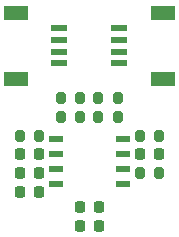
<source format=gtp>
%TF.GenerationSoftware,KiCad,Pcbnew,9.0.4*%
%TF.CreationDate,2026-01-16T11:12:57-07:00*%
%TF.ProjectId,SparkFun_Capacitive_Soil_Moisture_Sensor,53706172-6b46-4756-9e5f-436170616369,v10*%
%TF.SameCoordinates,Original*%
%TF.FileFunction,Paste,Top*%
%TF.FilePolarity,Positive*%
%FSLAX46Y46*%
G04 Gerber Fmt 4.6, Leading zero omitted, Abs format (unit mm)*
G04 Created by KiCad (PCBNEW 9.0.4) date 2026-01-16 11:12:57*
%MOMM*%
%LPD*%
G01*
G04 APERTURE LIST*
G04 Aperture macros list*
%AMRoundRect*
0 Rectangle with rounded corners*
0 $1 Rounding radius*
0 $2 $3 $4 $5 $6 $7 $8 $9 X,Y pos of 4 corners*
0 Add a 4 corners polygon primitive as box body*
4,1,4,$2,$3,$4,$5,$6,$7,$8,$9,$2,$3,0*
0 Add four circle primitives for the rounded corners*
1,1,$1+$1,$2,$3*
1,1,$1+$1,$4,$5*
1,1,$1+$1,$6,$7*
1,1,$1+$1,$8,$9*
0 Add four rect primitives between the rounded corners*
20,1,$1+$1,$2,$3,$4,$5,0*
20,1,$1+$1,$4,$5,$6,$7,0*
20,1,$1+$1,$6,$7,$8,$9,0*
20,1,$1+$1,$8,$9,$2,$3,0*%
G04 Aperture macros list end*
%ADD10RoundRect,0.200000X0.200000X0.275000X-0.200000X0.275000X-0.200000X-0.275000X0.200000X-0.275000X0*%
%ADD11RoundRect,0.200000X-0.200000X-0.275000X0.200000X-0.275000X0.200000X0.275000X-0.200000X0.275000X0*%
%ADD12RoundRect,0.225000X-0.225000X-0.250000X0.225000X-0.250000X0.225000X0.250000X-0.225000X0.250000X0*%
%ADD13R,1.350000X0.600000*%
%ADD14R,2.000000X1.200000*%
%ADD15RoundRect,0.218750X-0.218750X-0.256250X0.218750X-0.256250X0.218750X0.256250X-0.218750X0.256250X0*%
%ADD16R,1.200000X0.600000*%
%ADD17RoundRect,0.225000X0.225000X0.250000X-0.225000X0.250000X-0.225000X-0.250000X0.225000X-0.250000X0*%
G04 APERTURE END LIST*
D10*
%TO.C,R1*%
X3365000Y-11430000D03*
X1715000Y-11430000D03*
%TD*%
D11*
%TO.C,R6*%
X11875000Y-11430000D03*
X13525000Y-11430000D03*
%TD*%
D10*
%TO.C,R3*%
X10032500Y-8255000D03*
X8382500Y-8255000D03*
%TD*%
D12*
%TO.C,C2*%
X6845000Y-17462500D03*
X8395000Y-17462500D03*
%TD*%
D13*
%TO.C,J2*%
X10160000Y-5310000D03*
X10160000Y-4310000D03*
X10160000Y-3310000D03*
X10160000Y-2310000D03*
D14*
X13835000Y-1010000D03*
X13835000Y-6610000D03*
%TD*%
D10*
%TO.C,R5*%
X6857500Y-9842500D03*
X5207500Y-9842500D03*
%TD*%
D11*
%TO.C,R7*%
X11875000Y-14605000D03*
X13525000Y-14605000D03*
%TD*%
D15*
%TO.C,D1*%
X1752500Y-13017500D03*
X3327500Y-13017500D03*
%TD*%
D13*
%TO.C,J1*%
X5080000Y-2310000D03*
X5080000Y-3310000D03*
X5080000Y-4310000D03*
X5080000Y-5310000D03*
D14*
X1405000Y-6610000D03*
X1405000Y-1010000D03*
%TD*%
D12*
%TO.C,C1*%
X6845000Y-19050000D03*
X8395000Y-19050000D03*
%TD*%
D16*
%TO.C,U1*%
X4820000Y-11747500D03*
X4820000Y-13017500D03*
X4820000Y-14287500D03*
X4820000Y-15557500D03*
X10420000Y-15557500D03*
X10420000Y-14287500D03*
X10420000Y-13017500D03*
X10420000Y-11747500D03*
%TD*%
D15*
%TO.C,D2*%
X11912500Y-13017500D03*
X13487500Y-13017500D03*
%TD*%
D10*
%TO.C,R4*%
X10032500Y-9842500D03*
X8382500Y-9842500D03*
%TD*%
D17*
%TO.C,C3*%
X3315000Y-14605000D03*
X1765000Y-14605000D03*
%TD*%
D10*
%TO.C,R2*%
X6857500Y-8255000D03*
X5207500Y-8255000D03*
%TD*%
D17*
%TO.C,C4*%
X3315000Y-16192500D03*
X1765000Y-16192500D03*
%TD*%
M02*

</source>
